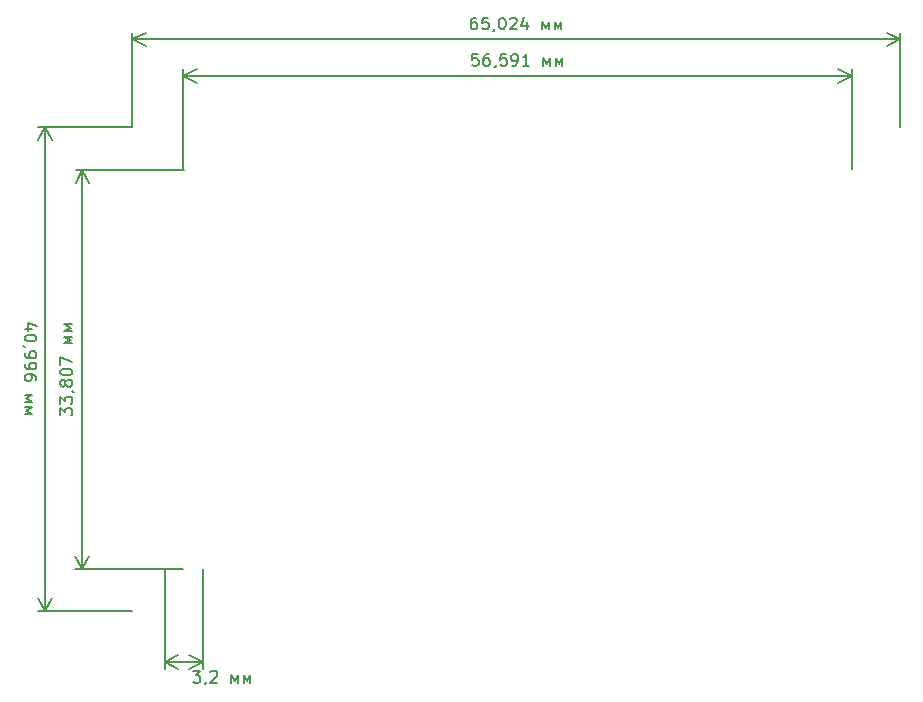
<source format=gbr>
%TF.GenerationSoftware,KiCad,Pcbnew,5.1.12*%
%TF.CreationDate,2021-12-29T22:49:18+01:00*%
%TF.ProjectId,AGC,4147432e-6b69-4636-9164-5f7063625858,rev?*%
%TF.SameCoordinates,Original*%
%TF.FileFunction,OtherDrawing,Comment*%
%FSLAX46Y46*%
G04 Gerber Fmt 4.6, Leading zero omitted, Abs format (unit mm)*
G04 Created by KiCad (PCBNEW 5.1.12) date 2021-12-29 22:49:18*
%MOMM*%
%LPD*%
G01*
G04 APERTURE LIST*
%ADD10C,0.150000*%
G04 APERTURE END LIST*
D10*
X92523809Y-131562380D02*
X93142857Y-131562380D01*
X92809523Y-131943333D01*
X92952380Y-131943333D01*
X93047619Y-131990952D01*
X93095238Y-132038571D01*
X93142857Y-132133809D01*
X93142857Y-132371904D01*
X93095238Y-132467142D01*
X93047619Y-132514761D01*
X92952380Y-132562380D01*
X92666666Y-132562380D01*
X92571428Y-132514761D01*
X92523809Y-132467142D01*
X93619047Y-132514761D02*
X93619047Y-132562380D01*
X93571428Y-132657619D01*
X93523809Y-132705238D01*
X94000000Y-131657619D02*
X94047619Y-131610000D01*
X94142857Y-131562380D01*
X94380952Y-131562380D01*
X94476190Y-131610000D01*
X94523809Y-131657619D01*
X94571428Y-131752857D01*
X94571428Y-131848095D01*
X94523809Y-131990952D01*
X93952380Y-132562380D01*
X94571428Y-132562380D01*
X95761904Y-132562380D02*
X95761904Y-131895714D01*
X96047619Y-132419523D01*
X96333333Y-131895714D01*
X96333333Y-132562380D01*
X96809523Y-132562380D02*
X96809523Y-131895714D01*
X97095238Y-132419523D01*
X97380952Y-131895714D01*
X97380952Y-132562380D01*
X90163662Y-130810000D02*
X93325938Y-130810000D01*
X90163662Y-122910600D02*
X90163662Y-131396421D01*
X93325938Y-122910600D02*
X93325938Y-131396421D01*
X93325938Y-130810000D02*
X92199434Y-131396421D01*
X93325938Y-130810000D02*
X92199434Y-130223579D01*
X90163662Y-130810000D02*
X91290166Y-131396421D01*
X90163662Y-130810000D02*
X91290166Y-130223579D01*
X78924285Y-102613247D02*
X78257619Y-102613247D01*
X79305238Y-102375152D02*
X78590952Y-102137057D01*
X78590952Y-102756104D01*
X79257619Y-103327533D02*
X79257619Y-103422771D01*
X79210000Y-103518009D01*
X79162380Y-103565628D01*
X79067142Y-103613247D01*
X78876666Y-103660866D01*
X78638571Y-103660866D01*
X78448095Y-103613247D01*
X78352857Y-103565628D01*
X78305238Y-103518009D01*
X78257619Y-103422771D01*
X78257619Y-103327533D01*
X78305238Y-103232295D01*
X78352857Y-103184676D01*
X78448095Y-103137057D01*
X78638571Y-103089438D01*
X78876666Y-103089438D01*
X79067142Y-103137057D01*
X79162380Y-103184676D01*
X79210000Y-103232295D01*
X79257619Y-103327533D01*
X78305238Y-104137057D02*
X78257619Y-104137057D01*
X78162380Y-104089438D01*
X78114761Y-104041819D01*
X78257619Y-104613247D02*
X78257619Y-104803723D01*
X78305238Y-104898961D01*
X78352857Y-104946580D01*
X78495714Y-105041819D01*
X78686190Y-105089438D01*
X79067142Y-105089438D01*
X79162380Y-105041819D01*
X79210000Y-104994200D01*
X79257619Y-104898961D01*
X79257619Y-104708485D01*
X79210000Y-104613247D01*
X79162380Y-104565628D01*
X79067142Y-104518009D01*
X78829047Y-104518009D01*
X78733809Y-104565628D01*
X78686190Y-104613247D01*
X78638571Y-104708485D01*
X78638571Y-104898961D01*
X78686190Y-104994200D01*
X78733809Y-105041819D01*
X78829047Y-105089438D01*
X78257619Y-105565628D02*
X78257619Y-105756104D01*
X78305238Y-105851342D01*
X78352857Y-105898961D01*
X78495714Y-105994200D01*
X78686190Y-106041819D01*
X79067142Y-106041819D01*
X79162380Y-105994200D01*
X79210000Y-105946580D01*
X79257619Y-105851342D01*
X79257619Y-105660866D01*
X79210000Y-105565628D01*
X79162380Y-105518009D01*
X79067142Y-105470390D01*
X78829047Y-105470390D01*
X78733809Y-105518009D01*
X78686190Y-105565628D01*
X78638571Y-105660866D01*
X78638571Y-105851342D01*
X78686190Y-105946580D01*
X78733809Y-105994200D01*
X78829047Y-106041819D01*
X79257619Y-106898961D02*
X79257619Y-106708485D01*
X79210000Y-106613247D01*
X79162380Y-106565628D01*
X79019523Y-106470390D01*
X78829047Y-106422771D01*
X78448095Y-106422771D01*
X78352857Y-106470390D01*
X78305238Y-106518009D01*
X78257619Y-106613247D01*
X78257619Y-106803723D01*
X78305238Y-106898961D01*
X78352857Y-106946580D01*
X78448095Y-106994200D01*
X78686190Y-106994200D01*
X78781428Y-106946580D01*
X78829047Y-106898961D01*
X78876666Y-106803723D01*
X78876666Y-106613247D01*
X78829047Y-106518009D01*
X78781428Y-106470390D01*
X78686190Y-106422771D01*
X78257619Y-108184676D02*
X78924285Y-108184676D01*
X78400476Y-108470390D01*
X78924285Y-108756104D01*
X78257619Y-108756104D01*
X78257619Y-109232295D02*
X78924285Y-109232295D01*
X78400476Y-109518009D01*
X78924285Y-109803723D01*
X78257619Y-109803723D01*
X80010000Y-85496400D02*
X80010000Y-126492000D01*
X87376000Y-85496400D02*
X79423579Y-85496400D01*
X87376000Y-126492000D02*
X79423579Y-126492000D01*
X80010000Y-126492000D02*
X79423579Y-125365496D01*
X80010000Y-126492000D02*
X80596421Y-125365496D01*
X80010000Y-85496400D02*
X79423579Y-86622904D01*
X80010000Y-85496400D02*
X80596421Y-86622904D01*
X116507047Y-76257380D02*
X116316571Y-76257380D01*
X116221333Y-76305000D01*
X116173714Y-76352619D01*
X116078476Y-76495476D01*
X116030857Y-76685952D01*
X116030857Y-77066904D01*
X116078476Y-77162142D01*
X116126095Y-77209761D01*
X116221333Y-77257380D01*
X116411809Y-77257380D01*
X116507047Y-77209761D01*
X116554666Y-77162142D01*
X116602285Y-77066904D01*
X116602285Y-76828809D01*
X116554666Y-76733571D01*
X116507047Y-76685952D01*
X116411809Y-76638333D01*
X116221333Y-76638333D01*
X116126095Y-76685952D01*
X116078476Y-76733571D01*
X116030857Y-76828809D01*
X117507047Y-76257380D02*
X117030857Y-76257380D01*
X116983238Y-76733571D01*
X117030857Y-76685952D01*
X117126095Y-76638333D01*
X117364190Y-76638333D01*
X117459428Y-76685952D01*
X117507047Y-76733571D01*
X117554666Y-76828809D01*
X117554666Y-77066904D01*
X117507047Y-77162142D01*
X117459428Y-77209761D01*
X117364190Y-77257380D01*
X117126095Y-77257380D01*
X117030857Y-77209761D01*
X116983238Y-77162142D01*
X118030857Y-77209761D02*
X118030857Y-77257380D01*
X117983238Y-77352619D01*
X117935619Y-77400238D01*
X118649904Y-76257380D02*
X118745142Y-76257380D01*
X118840380Y-76305000D01*
X118888000Y-76352619D01*
X118935619Y-76447857D01*
X118983238Y-76638333D01*
X118983238Y-76876428D01*
X118935619Y-77066904D01*
X118888000Y-77162142D01*
X118840380Y-77209761D01*
X118745142Y-77257380D01*
X118649904Y-77257380D01*
X118554666Y-77209761D01*
X118507047Y-77162142D01*
X118459428Y-77066904D01*
X118411809Y-76876428D01*
X118411809Y-76638333D01*
X118459428Y-76447857D01*
X118507047Y-76352619D01*
X118554666Y-76305000D01*
X118649904Y-76257380D01*
X119364190Y-76352619D02*
X119411809Y-76305000D01*
X119507047Y-76257380D01*
X119745142Y-76257380D01*
X119840380Y-76305000D01*
X119888000Y-76352619D01*
X119935619Y-76447857D01*
X119935619Y-76543095D01*
X119888000Y-76685952D01*
X119316571Y-77257380D01*
X119935619Y-77257380D01*
X120792761Y-76590714D02*
X120792761Y-77257380D01*
X120554666Y-76209761D02*
X120316571Y-76924047D01*
X120935619Y-76924047D01*
X122078476Y-77257380D02*
X122078476Y-76590714D01*
X122364190Y-77114523D01*
X122649904Y-76590714D01*
X122649904Y-77257380D01*
X123126095Y-77257380D02*
X123126095Y-76590714D01*
X123411809Y-77114523D01*
X123697523Y-76590714D01*
X123697523Y-77257380D01*
X87376000Y-78105000D02*
X152400000Y-78105000D01*
X87376000Y-85496400D02*
X87376000Y-77518579D01*
X152400000Y-85496400D02*
X152400000Y-77518579D01*
X152400000Y-78105000D02*
X151273496Y-78691421D01*
X152400000Y-78105000D02*
X151273496Y-77518579D01*
X87376000Y-78105000D02*
X88502504Y-78691421D01*
X87376000Y-78105000D02*
X88502504Y-77518579D01*
X81281346Y-109921382D02*
X81282276Y-109302335D01*
X81662727Y-109636241D01*
X81662942Y-109493384D01*
X81710704Y-109398217D01*
X81758394Y-109350670D01*
X81853704Y-109303194D01*
X82091799Y-109303552D01*
X82186965Y-109351314D01*
X82234513Y-109399004D01*
X82281989Y-109494314D01*
X82281559Y-109780028D01*
X82233797Y-109875194D01*
X82186107Y-109922742D01*
X81282777Y-108969002D02*
X81283707Y-108349955D01*
X81664158Y-108683861D01*
X81664373Y-108541004D01*
X81712135Y-108445837D01*
X81759825Y-108398290D01*
X81855135Y-108350814D01*
X82093230Y-108351172D01*
X82188396Y-108398934D01*
X82235944Y-108446624D01*
X82283420Y-108541934D01*
X82282990Y-108827648D01*
X82235228Y-108922814D01*
X82187538Y-108970362D01*
X82236802Y-107875196D02*
X82284421Y-107875268D01*
X82379588Y-107923030D01*
X82427135Y-107970721D01*
X81713852Y-107302981D02*
X81666090Y-107398148D01*
X81618399Y-107445695D01*
X81523090Y-107493171D01*
X81475471Y-107493100D01*
X81380304Y-107445338D01*
X81332757Y-107397647D01*
X81285281Y-107302337D01*
X81285567Y-107111861D01*
X81333329Y-107016695D01*
X81381020Y-106969148D01*
X81476330Y-106921672D01*
X81523949Y-106921743D01*
X81619115Y-106969505D01*
X81666662Y-107017196D01*
X81714138Y-107112505D01*
X81713852Y-107302981D01*
X81761328Y-107398291D01*
X81808875Y-107445982D01*
X81904042Y-107493744D01*
X82094518Y-107494030D01*
X82189827Y-107446554D01*
X82237518Y-107399007D01*
X82285280Y-107303840D01*
X82285566Y-107113364D01*
X82238090Y-107018055D01*
X82190543Y-106970364D01*
X82095376Y-106922602D01*
X81904900Y-106922316D01*
X81809591Y-106969792D01*
X81761900Y-107017339D01*
X81714138Y-107112505D01*
X81286784Y-106302339D02*
X81286927Y-106207101D01*
X81334689Y-106111934D01*
X81382380Y-106064387D01*
X81477689Y-106016911D01*
X81668237Y-105969578D01*
X81906332Y-105969936D01*
X82096736Y-106017841D01*
X82191902Y-106065603D01*
X82239450Y-106113294D01*
X82286926Y-106208603D01*
X82286783Y-106303841D01*
X82239021Y-106399008D01*
X82191330Y-106446555D01*
X82096020Y-106494031D01*
X81905473Y-106541364D01*
X81667378Y-106541006D01*
X81476974Y-106493101D01*
X81381807Y-106445339D01*
X81334260Y-106397648D01*
X81286784Y-106302339D01*
X81287786Y-105635673D02*
X81288787Y-104969007D01*
X82288142Y-105399080D01*
X82290503Y-103827654D02*
X81623837Y-103826652D01*
X82148076Y-103541725D01*
X81624696Y-103255224D01*
X82291362Y-103256226D01*
X82292078Y-102780036D02*
X81625412Y-102779034D01*
X82149650Y-102494107D01*
X81626270Y-102207606D01*
X82292936Y-102208608D01*
X83160231Y-89115701D02*
X83109431Y-122923101D01*
X91744800Y-89128600D02*
X82573811Y-89114819D01*
X91694000Y-122936000D02*
X82523011Y-122922219D01*
X83109431Y-122923101D02*
X82524704Y-121795717D01*
X83109431Y-122923101D02*
X83697544Y-121797480D01*
X83160231Y-89115701D02*
X82572118Y-90241322D01*
X83160231Y-89115701D02*
X83744958Y-90243085D01*
X116656266Y-79330780D02*
X116180076Y-79330780D01*
X116132457Y-79806971D01*
X116180076Y-79759352D01*
X116275314Y-79711733D01*
X116513409Y-79711733D01*
X116608647Y-79759352D01*
X116656266Y-79806971D01*
X116703885Y-79902209D01*
X116703885Y-80140304D01*
X116656266Y-80235542D01*
X116608647Y-80283161D01*
X116513409Y-80330780D01*
X116275314Y-80330780D01*
X116180076Y-80283161D01*
X116132457Y-80235542D01*
X117561028Y-79330780D02*
X117370552Y-79330780D01*
X117275314Y-79378400D01*
X117227695Y-79426019D01*
X117132457Y-79568876D01*
X117084838Y-79759352D01*
X117084838Y-80140304D01*
X117132457Y-80235542D01*
X117180076Y-80283161D01*
X117275314Y-80330780D01*
X117465790Y-80330780D01*
X117561028Y-80283161D01*
X117608647Y-80235542D01*
X117656266Y-80140304D01*
X117656266Y-79902209D01*
X117608647Y-79806971D01*
X117561028Y-79759352D01*
X117465790Y-79711733D01*
X117275314Y-79711733D01*
X117180076Y-79759352D01*
X117132457Y-79806971D01*
X117084838Y-79902209D01*
X118132457Y-80283161D02*
X118132457Y-80330780D01*
X118084838Y-80426019D01*
X118037219Y-80473638D01*
X119037219Y-79330780D02*
X118561028Y-79330780D01*
X118513409Y-79806971D01*
X118561028Y-79759352D01*
X118656266Y-79711733D01*
X118894361Y-79711733D01*
X118989600Y-79759352D01*
X119037219Y-79806971D01*
X119084838Y-79902209D01*
X119084838Y-80140304D01*
X119037219Y-80235542D01*
X118989600Y-80283161D01*
X118894361Y-80330780D01*
X118656266Y-80330780D01*
X118561028Y-80283161D01*
X118513409Y-80235542D01*
X119561028Y-80330780D02*
X119751504Y-80330780D01*
X119846742Y-80283161D01*
X119894361Y-80235542D01*
X119989600Y-80092685D01*
X120037219Y-79902209D01*
X120037219Y-79521257D01*
X119989600Y-79426019D01*
X119941980Y-79378400D01*
X119846742Y-79330780D01*
X119656266Y-79330780D01*
X119561028Y-79378400D01*
X119513409Y-79426019D01*
X119465790Y-79521257D01*
X119465790Y-79759352D01*
X119513409Y-79854590D01*
X119561028Y-79902209D01*
X119656266Y-79949828D01*
X119846742Y-79949828D01*
X119941980Y-79902209D01*
X119989600Y-79854590D01*
X120037219Y-79759352D01*
X120989600Y-80330780D02*
X120418171Y-80330780D01*
X120703885Y-80330780D02*
X120703885Y-79330780D01*
X120608647Y-79473638D01*
X120513409Y-79568876D01*
X120418171Y-79616495D01*
X122180076Y-80330780D02*
X122180076Y-79664114D01*
X122465790Y-80187923D01*
X122751504Y-79664114D01*
X122751504Y-80330780D01*
X123227695Y-80330780D02*
X123227695Y-79664114D01*
X123513409Y-80187923D01*
X123799123Y-79664114D01*
X123799123Y-80330780D01*
X91694000Y-81178400D02*
X148285200Y-81178400D01*
X91694000Y-89103200D02*
X91694000Y-80591979D01*
X148285200Y-89103200D02*
X148285200Y-80591979D01*
X148285200Y-81178400D02*
X147158696Y-81764821D01*
X148285200Y-81178400D02*
X147158696Y-80591979D01*
X91694000Y-81178400D02*
X92820504Y-81764821D01*
X91694000Y-81178400D02*
X92820504Y-80591979D01*
M02*

</source>
